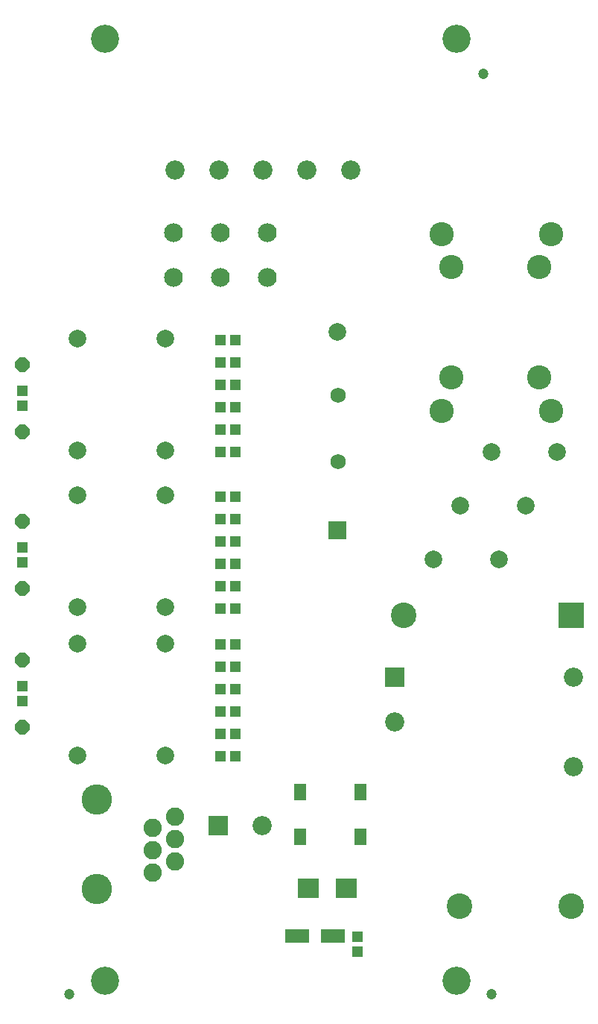
<source format=gts>
G04 EAGLE Gerber RS-274X export*
G75*
%MOMM*%
%FSLAX34Y34*%
%LPD*%
%INSoldermask Top*%
%IPPOS*%
%AMOC8*
5,1,8,0,0,1.08239X$1,22.5*%
G01*
%ADD10C,3.203200*%
%ADD11C,2.003200*%
%ADD12C,2.082800*%
%ADD13C,3.454400*%
%ADD14P,1.803519X8X292.500000*%
%ADD15R,1.303200X1.203200*%
%ADD16R,1.203200X1.303200*%
%ADD17C,2.133600*%
%ADD18R,2.903200X2.903200*%
%ADD19C,2.903200*%
%ADD20R,2.183200X2.183200*%
%ADD21C,2.183200*%
%ADD22R,2.803200X1.603200*%
%ADD23R,2.453200X2.253200*%
%ADD24C,1.203200*%
%ADD25C,2.743200*%
%ADD26R,2.003200X2.003200*%
%ADD27C,1.733200*%
%ADD28R,1.473200X1.983200*%


D10*
X165000Y65000D03*
X165000Y1135000D03*
X565000Y65000D03*
X565000Y1135000D03*
D11*
X233920Y321240D03*
X233920Y448240D03*
X133920Y448240D03*
X133920Y321240D03*
D12*
X245020Y251790D03*
X219620Y239090D03*
X245020Y226390D03*
X219620Y213690D03*
X245020Y200990D03*
X219620Y188290D03*
D13*
X156120Y270840D03*
X156120Y169240D03*
D14*
X71120Y429260D03*
X71120Y353060D03*
D15*
X71120Y399660D03*
X71120Y382660D03*
D16*
X296300Y320040D03*
X313300Y320040D03*
X313300Y345440D03*
X296300Y345440D03*
X296300Y370840D03*
X313300Y370840D03*
X296300Y396240D03*
X313300Y396240D03*
X313300Y421640D03*
X296300Y421640D03*
X296300Y447040D03*
X313300Y447040D03*
D11*
X233920Y489200D03*
X233920Y616200D03*
X133920Y616200D03*
X133920Y489200D03*
D14*
X71120Y586740D03*
X71120Y510540D03*
D15*
X71120Y557140D03*
X71120Y540140D03*
D16*
X296300Y487680D03*
X313300Y487680D03*
X313300Y513080D03*
X296300Y513080D03*
X296300Y538480D03*
X313300Y538480D03*
X296300Y563880D03*
X313300Y563880D03*
X313300Y589280D03*
X296300Y589280D03*
X296300Y614680D03*
X313300Y614680D03*
D11*
X233920Y667320D03*
X233920Y794320D03*
X133920Y794320D03*
X133920Y667320D03*
D14*
X71120Y764540D03*
X71120Y688340D03*
D15*
X71120Y734940D03*
X71120Y717940D03*
D16*
X296300Y665480D03*
X313300Y665480D03*
X313300Y690880D03*
X296300Y690880D03*
X296300Y716280D03*
X313300Y716280D03*
X296300Y741680D03*
X313300Y741680D03*
X313300Y767080D03*
X296300Y767080D03*
X296300Y792480D03*
X313300Y792480D03*
D17*
X296740Y914520D03*
X296740Y863720D03*
X350000Y914520D03*
X350000Y863720D03*
X243480Y914520D03*
X243480Y863720D03*
D18*
X695000Y480000D03*
D19*
X504500Y480000D03*
X567950Y149800D03*
X695000Y149800D03*
D20*
X495000Y410000D03*
D21*
X495000Y359200D03*
X698200Y308400D03*
X698200Y410000D03*
D11*
X604520Y665480D03*
X679520Y665480D03*
X568960Y604520D03*
X643960Y604520D03*
X538480Y543560D03*
X613480Y543560D03*
D16*
X452200Y115700D03*
X452200Y98700D03*
D22*
X383340Y116120D03*
X424340Y116120D03*
D23*
X439580Y170040D03*
X396580Y170040D03*
D24*
X125000Y50000D03*
X605000Y50000D03*
X595000Y1095000D03*
D25*
X559200Y875680D03*
X659200Y875680D03*
X559200Y750680D03*
X659200Y750680D03*
X547600Y912980D03*
X672600Y912980D03*
X547600Y711980D03*
X672600Y711980D03*
D26*
X429240Y577000D03*
D11*
X429240Y802000D03*
D27*
X430240Y655000D03*
X430240Y730000D03*
D28*
X387340Y279400D03*
X387340Y228600D03*
X455940Y228600D03*
X455940Y279400D03*
D21*
X344200Y241600D03*
D20*
X294200Y241600D03*
D21*
X444880Y985660D03*
X394880Y985660D03*
X344880Y985660D03*
X294880Y985660D03*
X244880Y985660D03*
M02*

</source>
